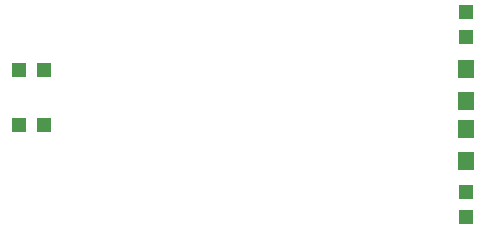
<source format=gbp>
G04 #@! TF.FileFunction,Paste,Bot*
%FSLAX46Y46*%
G04 Gerber Fmt 4.6, Leading zero omitted, Abs format (unit mm)*
G04 Created by KiCad (PCBNEW 4.0.1-2.201512121406+6195~38~ubuntu14.04.1-stable) date Sun 06 Mar 2016 05:51:02 PM CET*
%MOMM*%
G01*
G04 APERTURE LIST*
%ADD10C,0.100000*%
%ADD11R,1.249680X1.249680*%
%ADD12R,1.350800X1.550800*%
G04 APERTURE END LIST*
D10*
D11*
X159799020Y-56769000D03*
X157700980Y-56769000D03*
X159799020Y-52070000D03*
X157700980Y-52070000D03*
X195580000Y-49309020D03*
X195580000Y-47210980D03*
X195580000Y-62450980D03*
X195580000Y-64549020D03*
D12*
X195580000Y-51990000D03*
X195580000Y-54690000D03*
X195580000Y-59770000D03*
X195580000Y-57070000D03*
M02*

</source>
